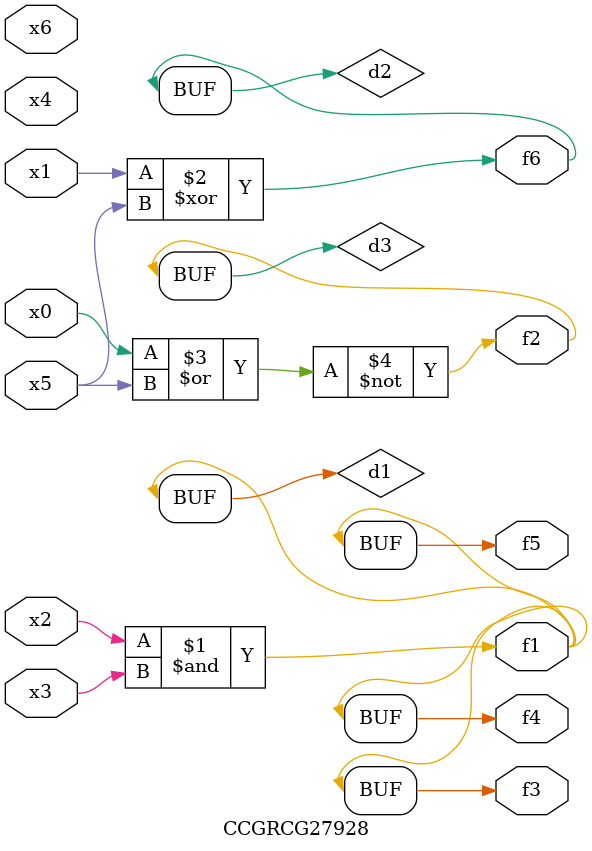
<source format=v>
module CCGRCG27928(
	input x0, x1, x2, x3, x4, x5, x6,
	output f1, f2, f3, f4, f5, f6
);

	wire d1, d2, d3;

	and (d1, x2, x3);
	xor (d2, x1, x5);
	nor (d3, x0, x5);
	assign f1 = d1;
	assign f2 = d3;
	assign f3 = d1;
	assign f4 = d1;
	assign f5 = d1;
	assign f6 = d2;
endmodule

</source>
